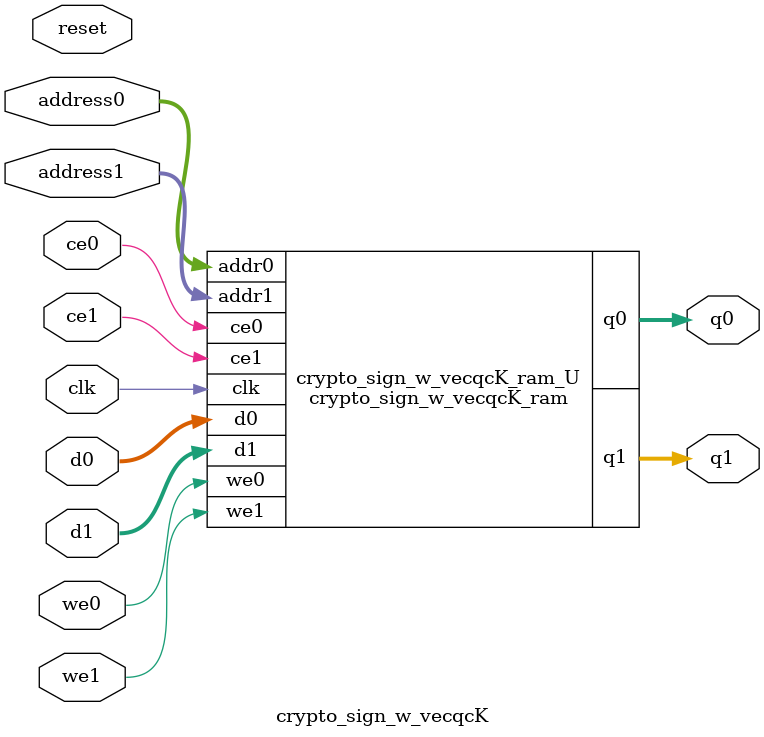
<source format=v>

`timescale 1 ns / 1 ps
module crypto_sign_w_vecqcK_ram (addr0, ce0, d0, we0, q0, addr1, ce1, d1, we1, q1,  clk);

parameter DWIDTH = 32;
parameter AWIDTH = 11;
parameter MEM_SIZE = 1280;

input[AWIDTH-1:0] addr0;
input ce0;
input[DWIDTH-1:0] d0;
input we0;
output reg[DWIDTH-1:0] q0;
input[AWIDTH-1:0] addr1;
input ce1;
input[DWIDTH-1:0] d1;
input we1;
output reg[DWIDTH-1:0] q1;
input clk;

(* ram_style = "block" *)reg [DWIDTH-1:0] ram[0:MEM_SIZE-1];




always @(posedge clk)  
begin 
    if (ce0) 
    begin
        if (we0) 
        begin 
            ram[addr0] <= d0; 
            q0 <= d0;
        end 
        else 
            q0 <= ram[addr0];
    end
end


always @(posedge clk)  
begin 
    if (ce1) 
    begin
        if (we1) 
        begin 
            ram[addr1] <= d1; 
            q1 <= d1;
        end 
        else 
            q1 <= ram[addr1];
    end
end


endmodule


`timescale 1 ns / 1 ps
module crypto_sign_w_vecqcK(
    reset,
    clk,
    address0,
    ce0,
    we0,
    d0,
    q0,
    address1,
    ce1,
    we1,
    d1,
    q1);

parameter DataWidth = 32'd32;
parameter AddressRange = 32'd1280;
parameter AddressWidth = 32'd11;
input reset;
input clk;
input[AddressWidth - 1:0] address0;
input ce0;
input we0;
input[DataWidth - 1:0] d0;
output[DataWidth - 1:0] q0;
input[AddressWidth - 1:0] address1;
input ce1;
input we1;
input[DataWidth - 1:0] d1;
output[DataWidth - 1:0] q1;



crypto_sign_w_vecqcK_ram crypto_sign_w_vecqcK_ram_U(
    .clk( clk ),
    .addr0( address0 ),
    .ce0( ce0 ),
    .we0( we0 ),
    .d0( d0 ),
    .q0( q0 ),
    .addr1( address1 ),
    .ce1( ce1 ),
    .we1( we1 ),
    .d1( d1 ),
    .q1( q1 ));

endmodule


</source>
